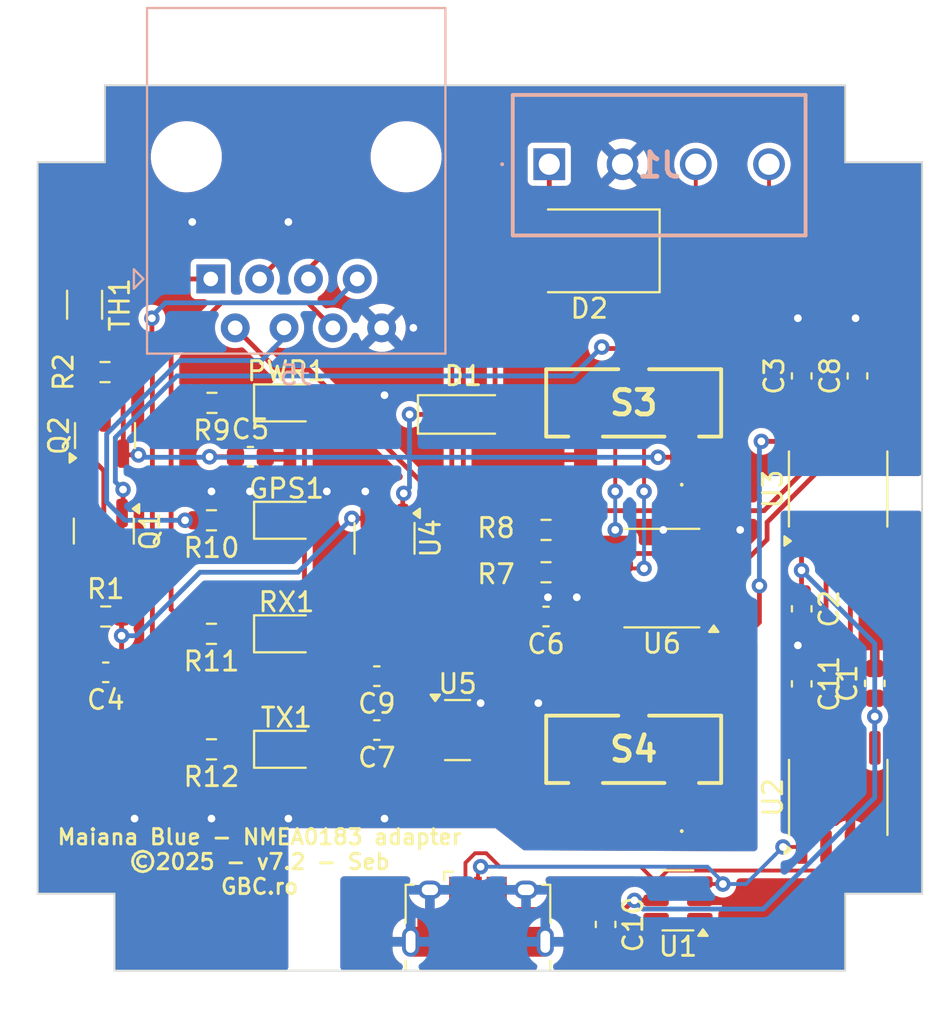
<source format=kicad_pcb>
(kicad_pcb (version 20241229) (generator "pcbnew") (generator_version "9.0")
  (layers (0 "F.Cu" signal) (2 "B.Cu" signal) (13 "F.Paste" user) (15 "B.Paste" user) (5 "F.SilkS" user "F.Silkscreen") (7 "B.SilkS" user "B.Silkscreen") (1 "F.Mask" user) (3 "B.Mask" user) (25 "Edge.Cuts" user))
  (net 0 "")
  (net 1 "V_OUT")
  (net 2 "TRANSPONDER_UART_RX")
  (net 3 "GPS_STATUS")
  (net 4 "TRANSPONDER_UART_TX")
  (net 5 "AIS_RX_EVENT")
  (net 6 "AIS_TX_EVENT")
  (net 7 "GND")
  (net 8 "GND2")
  (net 9 "/VBUS")
  (net 10 "D-")
  (net 11 "D+")
  (net 14 "+3.3V")
  (net 15 "+12V")
  (net 16 "NMEA-")
  (net 17 "NMEA+")
  (net 19 "TRANSPONDER_RX_ISO")
  (net 20 "TRANSPONDER_TX_ISO")
  (net 21 "Net-(U2-V3)")
  (net 22 "Net-(U4-EN)")
  (net 23 "+5V")
  (net 28 "/V_IN")
  (net 29 "PWR_CTRL")
  (net 30 "Net-(Q1-D)")
  (net 31 "Net-(Q2-D)")
  (net 33 "Net-(PWR1-K)")
  (net 34 "Net-(GPS1-K)")
  (net 35 "Net-(RX1-K)")
  (net 36 "Net-(TX1-K)")
  (net 37 "/TX_DISABLE")
  (footprint "Resistor_SMD:R_1206_3216Metric" (layer "F.Cu") (at 84.4 87.3 -90)
    (property "Reference" "TH1" (at 0 -1.83 90) (layer "F.SilkS"))
    (property "Value" "Thermistor_PTC")
    (pad "1" smd roundrect (at -1.4625 0 270) (size 1.125 1.75) (layers "F.Cu" "F.Mask" "F.Paste") (roundrect_rratio 0.222222) (net 1 "V_OUT"))
    (pad "2" smd roundrect (at 1.4625 0 270) (size 1.125 1.75) (layers "F.Cu" "F.Mask" "F.Paste") (roundrect_rratio 0.222222) (net 31 "Net-(Q2-D)"))
  )
  (footprint "Package_TO_SOT_SMD:SOT-23" (layer "F.Cu") (at 85.4 99.0625 -90)
    (property "Reference" "Q1" (at 0 -2.4 90) (layer "F.SilkS"))
    (property "Value" "BSS138")
    (pad "1" smd roundrect (at -0.9375 -0.95 270) (size 1.475 0.6) (layers "F.Cu" "F.Mask" "F.Paste") (net 29 "PWR_CTRL"))
    (pad "2" smd roundrect (at -0.9375 0.95 270) (size 1.475 0.6) (layers "F.Cu" "F.Mask" "F.Paste") (net 7 "GND"))
    (pad "3" smd roundrect (at 0.9375 0 270) (size 1.475 0.6) (layers "F.Cu" "F.Mask" "F.Paste") (net 30 "Net-(Q1-D)"))
  )
  (footprint "Capacitor_SMD:C_0603_1608Metric" (layer "F.Cu") (at 93.025 95.2)
    (property "Reference" "C5" (at 0 -1.43 0) (layer "F.SilkS"))
    (property "Value" "1uF")
    (pad "1" smd roundrect (at -0.775 0) (size 0.9 0.95) (layers "F.Cu" "F.Mask" "F.Paste") (net 28 "/V_IN"))
    (pad "2" smd roundrect (at 0.775 0) (size 0.9 0.95) (layers "F.Cu" "F.Mask" "F.Paste") (net 7 "GND"))
  )
  (footprint "Capacitor_SMD:C_0603_1608Metric" (layer "F.Cu") (at 99.6 106.6 180)
    (property "Reference" "C9" (at 0 -1.43 0) (layer "F.SilkS"))
    (property "Value" "0.1uF")
    (pad "1" smd roundrect (at -0.775 0 180) (size 0.9 0.95) (layers "F.Cu" "F.Mask" "F.Paste") (net 23 "+5V"))
    (pad "2" smd roundrect (at 0.775 0 180) (size 0.9 0.95) (layers "F.Cu" "F.Mask" "F.Paste") (net 7 "GND"))
  )
  (footprint "footprints:MS12D17G2" (layer "F.Cu") (at 112.96 92.4 180)
    (property "Reference" "S3" (at 0 0 180) (layer "F.SilkS") (effects (font (size 1.27 1.27) (thickness 0.254))))
    (property "Value" "MS-12D17-G2" (hide yes))
    (pad "1" smd rect (at -2.5 -2.825 180) (size 1.2 1.95) (layers "F.Cu" "F.Mask" "F.Paste") (net 28 "/V_IN"))
    (pad "2" smd rect (at 2.5 -2.825 180) (size 1.2 1.95) (layers "F.Cu" "F.Mask" "F.Paste") (net 7 "GND"))
    (pad "3" smd rect (at 0 2.825 180) (size 1.2 1.95) (layers "F.Cu" "F.Mask" "F.Paste") (net 29 "PWR_CTRL"))
  )
  (footprint "LED_SMD:LED_0805_2012Metric" (layer "F.Cu") (at 94.9 98.5)
    (property "Reference" "GPS1" (at 0 -1.65 0) (layer "F.SilkS"))
    (property "Value" "KT-0805G")
    (pad "1" smd roundrect (at -0.9375 0) (size 0.975 1.4) (layers "F.Cu" "F.Mask" "F.Paste") (net 34 "Net-(GPS1-K)"))
    (pad "2" smd roundrect (at 0.9375 0) (size 0.975 1.4) (layers "F.Cu" "F.Mask" "F.Paste") (net 14 "+3.3V"))
  )
  (footprint "Capacitor_SMD:C_0603_1608Metric" (layer "F.Cu") (at 108.4 103.5 180)
    (property "Reference" "C6" (at 0 -1.43 0) (layer "F.SilkS"))
    (property "Value" "1uF")
    (pad "1" smd roundrect (at -0.775 0 180) (size 0.9 0.95) (layers "F.Cu" "F.Mask" "F.Paste") (net 23 "+5V"))
    (pad "2" smd roundrect (at 0.775 0 180) (size 0.9 0.95) (layers "F.Cu" "F.Mask" "F.Paste") (net 7 "GND"))
  )
  (footprint "Resistor_SMD:R_0603_1608Metric" (layer "F.Cu") (at 108.4 101.2 180)
    (property "Reference" "R7" (at 2.6 -0.1 0) (layer "F.SilkS"))
    (property "Value" "0R")
    (pad "1" smd roundrect (at -0.825 0 180) (size 0.8 0.95) (layers "F.Cu" "F.Mask" "F.Paste") (net 17 "NMEA+"))
    (pad "2" smd roundrect (at 0.825 0 180) (size 0.8 0.95) (layers "F.Cu" "F.Mask" "F.Paste") (net 4 "TRANSPONDER_UART_TX"))
  )
  (footprint "Package_TO_SOT_SMD:SOT-23-6" (layer "F.Cu") (at 115.2625 118.25 180)
    (property "Reference" "U1" (at 0 -2.4 0) (layer "F.SilkS"))
    (property "Value" "SRV05-4")
    (pad "1" smd roundrect (at -1.1375 -0.95 180) (size 1.325 0.6) (layers "F.Cu" "F.Mask" "F.Paste"))
    (pad "2" smd roundrect (at -1.1375 0 180) (size 1.325 0.6) (layers "F.Cu" "F.Mask" "F.Paste") (net 8 "GND2"))
    (pad "3" smd roundrect (at -1.1375 0.95 180) (size 1.325 0.6) (layers "F.Cu" "F.Mask" "F.Paste") (net 11 "D+"))
    (pad "4" smd roundrect (at 1.1375 0.95 180) (size 1.325 0.6) (layers "F.Cu" "F.Mask" "F.Paste") (net 10 "D-"))
    (pad "5" smd roundrect (at 1.1375 0 180) (size 1.325 0.6) (layers "F.Cu" "F.Mask" "F.Paste") (net 9 "/VBUS"))
    (pad "6" smd roundrect (at 1.1375 -0.95 180) (size 1.325 0.6) (layers "F.Cu" "F.Mask" "F.Paste"))
  )
  (footprint "LED_SMD:LED_0805_2012Metric" (layer "F.Cu") (at 94.9 110.4)
    (property "Reference" "TX1" (at 0 -1.65 0) (layer "F.SilkS"))
    (property "Value" "KT-0805G")
    (pad "1" smd roundrect (at -0.9375 0) (size 0.975 1.4) (layers "F.Cu" "F.Mask" "F.Paste") (net 36 "Net-(TX1-K)"))
    (pad "2" smd roundrect (at 0.9375 0) (size 0.975 1.4) (layers "F.Cu" "F.Mask" "F.Paste") (net 14 "+3.3V"))
  )
  (footprint "Resistor_SMD:R_0603_1608Metric" (layer "F.Cu") (at 108.4 99 180)
    (property "Reference" "R8" (at 2.6 0.1 0) (layer "F.SilkS"))
    (property "Value" "0R")
    (pad "1" smd roundrect (at -0.825 0 180) (size 0.8 0.95) (layers "F.Cu" "F.Mask" "F.Paste") (net 16 "NMEA-"))
    (pad "2" smd roundrect (at 0.825 0 180) (size 0.8 0.95) (layers "F.Cu" "F.Mask" "F.Paste") (net 2 "TRANSPONDER_UART_RX"))
  )
  (footprint "Package_SO:SOIC-8_3.9x4.9mm_P1.27mm" (layer "F.Cu") (at 114.425 101.505 180)
    (property "Reference" "U6" (at 0 -3.4 0) (layer "F.SilkS"))
    (property "Value" "DS8921M")
    (pad "1" smd roundrect (at -2.475 -1.905 180) (size 1.95 0.6) (layers "F.Cu" "F.Mask" "F.Paste") (net 23 "+5V"))
    (pad "2" smd roundrect (at -2.475 -0.635 180) (size 1.95 0.6) (layers "F.Cu" "F.Mask" "F.Paste"))
    (pad "3" smd roundrect (at -2.475 0.635 180) (size 1.95 0.6) (layers "F.Cu" "F.Mask" "F.Paste") (net 4 "TRANSPONDER_UART_TX"))
    (pad "4" smd roundrect (at -2.475 1.905 180) (size 1.95 0.6) (layers "F.Cu" "F.Mask" "F.Paste") (net 7 "GND"))
    (pad "5" smd roundrect (at 2.475 1.905 180) (size 1.95 0.6) (layers "F.Cu" "F.Mask" "F.Paste") (net 16 "NMEA-"))
    (pad "6" smd roundrect (at 2.475 0.635 180) (size 1.95 0.6) (layers "F.Cu" "F.Mask" "F.Paste") (net 17 "NMEA+"))
    (pad "7" smd roundrect (at 2.475 -0.635 180) (size 1.95 0.6) (layers "F.Cu" "F.Mask" "F.Paste"))
    (pad "8" smd roundrect (at 2.475 -1.905 180) (size 1.95 0.6) (layers "F.Cu" "F.Mask" "F.Paste"))
  )
  (footprint "Resistor_SMD:R_0603_1608Metric" (layer "F.Cu") (at 91 98.5 180)
    (property "Reference" "R10" (at 0 -1.43 0) (layer "F.SilkS"))
    (property "Value" "2k2")
    (pad "1" smd roundrect (at -0.825 0 180) (size 0.8 0.95) (layers "F.Cu" "F.Mask" "F.Paste") (net 34 "Net-(GPS1-K)"))
    (pad "2" smd roundrect (at 0.825 0 180) (size 0.8 0.95) (layers "F.Cu" "F.Mask" "F.Paste") (net 3 "GPS_STATUS"))
  )
  (footprint "Diode_SMD:D_SOD-123" (layer "F.Cu") (at 104.1 93)
    (property "Reference" "D1" (at 0 -2 0) (layer "F.SilkS"))
    (property "Value" "WSB5508L-2/TR")
    (pad "1" smd roundrect (at -1.65 0) (size 0.9 1.2) (layers "F.Cu" "F.Mask" "F.Paste") (net 28 "/V_IN"))
    (pad "2" smd roundrect (at 1.65 0) (size 0.9 1.2) (layers "F.Cu" "F.Mask" "F.Paste") (net 15 "+12V"))
  )
  (footprint "Capacitor_SMD:C_0603_1608Metric" (layer "F.Cu") (at 121.7 103.1 -90)
    (property "Reference" "C2" (at 0 -1.43 90) (layer "F.SilkS"))
    (property "Value" "0.1uF")
    (pad "1" smd roundrect (at -0.775 0 270) (size 0.9 0.95) (layers "F.Cu" "F.Mask" "F.Paste") (net 9 "/VBUS"))
    (pad "2" smd roundrect (at 0.775 0 270) (size 0.9 0.95) (layers "F.Cu" "F.Mask" "F.Paste") (net 8 "GND2"))
  )
  (footprint "Resistor_SMD:R_0603_1608Metric" (layer "F.Cu") (at 85.5 103.5)
    (property "Reference" "R1" (at 0 -1.43 0) (layer "F.SilkS"))
    (property "Value" "10k")
    (pad "1" smd roundrect (at -0.825 0) (size 0.8 0.95) (layers "F.Cu" "F.Mask" "F.Paste") (net 29 "PWR_CTRL"))
    (pad "2" smd roundrect (at 0.825 0) (size 0.8 0.95) (layers "F.Cu" "F.Mask" "F.Paste") (net 22 "Net-(U4-EN)"))
  )
  (footprint "Package_SO:SOIC-8_3.9x4.9mm_P1.27mm" (layer "F.Cu") (at 123.595 96.875 90)
    (property "Reference" "U3" (at 0 -3.4 90) (layer "F.SilkS"))
    (property "Value" "ADuM121N")
    (pad "1" smd roundrect (at -2.475 -1.905 90) (size 1.95 0.6) (layers "F.Cu" "F.Mask" "F.Paste") (net 9 "/VBUS"))
    (pad "2" smd roundrect (at -2.475 -0.635 90) (size 1.95 0.6) (layers "F.Cu" "F.Mask" "F.Paste") (net 20 "TRANSPONDER_TX_ISO"))
    (pad "3" smd roundrect (at -2.475 0.635 90) (size 1.95 0.6) (layers "F.Cu" "F.Mask" "F.Paste") (net 19 "TRANSPONDER_RX_ISO"))
    (pad "4" smd roundrect (at -2.475 1.905 90) (size 1.95 0.6) (layers "F.Cu" "F.Mask" "F.Paste") (net 8 "GND2"))
    (pad "5" smd roundrect (at 2.475 1.905 90) (size 1.95 0.6) (layers "F.Cu" "F.Mask" "F.Paste") (net 7 "GND"))
    (pad "6" smd roundrect (at 2.475 0.635 90) (size 1.95 0.6) (layers "F.Cu" "F.Mask" "F.Paste") (net 2 "TRANSPONDER_UART_RX"))
    (pad "7" smd roundrect (at 2.475 -0.635 90) (size 1.95 0.6) (layers "F.Cu" "F.Mask" "F.Paste") (net 4 "TRANSPONDER_UART_TX"))
    (pad "8" smd roundrect (at 2.475 -1.905 90) (size 1.95 0.6) (layers "F.Cu" "F.Mask" "F.Paste") (net 14 "+3.3V"))
  )
  (footprint "Resistor_SMD:R_0603_1608Metric" (layer "F.Cu") (at 91.025 92.4 180)
    (property "Reference" "R9" (at 0 -1.43 0) (layer "F.SilkS"))
    (property "Value" "2k2")
    (pad "1" smd roundrect (at -0.825 0 180) (size 0.8 0.95) (layers "F.Cu" "F.Mask" "F.Paste") (net 33 "Net-(PWR1-K)"))
    (pad "2" smd roundrect (at 0.825 0 180) (size 0.8 0.95) (layers "F.Cu" "F.Mask" "F.Paste") (net 7 "GND"))
  )
  (footprint "Capacitor_SMD:C_0603_1608Metric" (layer "F.Cu") (at 111.5 119.5 -90)
    (property "Reference" "C10" (at 0 -1.43 90) (layer "F.SilkS"))
    (property "Value" "0.1uF")
    (pad "1" smd roundrect (at -0.775 0 270) (size 0.9 0.95) (layers "F.Cu" "F.Mask" "F.Paste") (net 9 "/VBUS"))
    (pad "2" smd roundrect (at 0.775 0 270) (size 0.9 0.95) (layers "F.Cu" "F.Mask" "F.Paste") (net 8 "GND2"))
  )
  (footprint "LED_SMD:LED_0805_2012Metric" (layer "F.Cu") (at 94.9 92.4)
    (property "Reference" "PWR1" (at 0 -1.65 0) (layer "F.SilkS"))
    (property "Value" "KT-0805G")
    (pad "1" smd roundrect (at -0.9375 0) (size 0.975 1.4) (layers "F.Cu" "F.Mask" "F.Paste") (net 33 "Net-(PWR1-K)"))
    (pad "2" smd roundrect (at 0.9375 0) (size 0.975 1.4) (layers "F.Cu" "F.Mask" "F.Paste") (net 14 "+3.3V"))
  )
  (footprint "LED_SMD:LED_0805_2012Metric" (layer "F.Cu") (at 94.9 104.4)
    (property "Reference" "RX1" (at 0 -1.65 0) (layer "F.SilkS"))
    (property "Value" "KT-0805G")
    (pad "1" smd roundrect (at -0.9375 0) (size 0.975 1.4) (layers "F.Cu" "F.Mask" "F.Paste") (net 35 "Net-(RX1-K)"))
    (pad "2" smd roundrect (at 0.9375 0) (size 0.975 1.4) (layers "F.Cu" "F.Mask" "F.Paste") (net 14 "+3.3V"))
  )
  (footprint "Package_TO_SOT_SMD:SOT-23" (layer "F.Cu") (at 103.8 109.4)
    (property "Reference" "U5" (at 0 -2.4 0) (layer "F.SilkS"))
    (property "Value" "SE8533X2-HF")
    (pad "1" smd roundrect (at -0.9375 -0.95) (size 1.475 0.6) (layers "F.Cu" "F.Mask" "F.Paste") (net 7 "GND"))
    (pad "2" smd roundrect (at -0.9375 0.95) (size 1.475 0.6) (layers "F.Cu" "F.Mask" "F.Paste") (net 14 "+3.3V"))
    (pad "3" smd roundrect (at 0.9375 0) (size 1.475 0.6) (layers "F.Cu" "F.Mask" "F.Paste") (net 23 "+5V"))
  )
  (footprint "Capacitor_SMD:C_0603_1608Metric" (layer "F.Cu") (at 121.7 91 90)
    (property "Reference" "C3" (at 0 -1.43 90) (layer "F.SilkS"))
    (property "Value" "0.1uF")
    (pad "1" smd roundrect (at -0.775 0 90) (size 0.9 0.95) (layers "F.Cu" "F.Mask" "F.Paste") (net 14 "+3.3V"))
    (pad "2" smd roundrect (at 0.775 0 90) (size 0.9 0.95) (layers "F.Cu" "F.Mask" "F.Paste") (net 7 "GND"))
  )
  (footprint "Capacitor_SMD:C_0603_1608Metric" (layer "F.Cu") (at 121.7 107 -90)
    (property "Reference" "C11" (at 0 -1.43 90) (layer "F.SilkS"))
    (property "Value" "0.1uF")
    (pad "1" smd roundrect (at -0.775 0 270) (size 0.9 0.95) (layers "F.Cu" "F.Mask" "F.Paste") (net 8 "GND2"))
    (pad "2" smd roundrect (at 0.775 0 270) (size 0.9 0.95) (layers "F.Cu" "F.Mask" "F.Paste") (net 21 "Net-(U2-V3)"))
  )
  (footprint "Capacitor_SMD:C_0603_1608Metric" (layer "F.Cu") (at 99.6 109.4 180)
    (property "Reference" "C7" (at 0 -1.43 0) (layer "F.SilkS"))
    (property "Value" "1uF")
    (pad "1" smd roundrect (at -0.775 0 180) (size 0.9 0.95) (layers "F.Cu" "F.Mask" "F.Paste") (net 23 "+5V"))
    (pad "2" smd roundrect (at 0.775 0 180) (size 0.9 0.95) (layers "F.Cu" "F.Mask" "F.Paste") (net 7 "GND"))
  )
  (footprint "Package_SO:SO-8_3.9x4.9mm_P1.27mm" (layer "F.Cu") (at 123.6 112.9 90)
    (property "Reference" "U2" (at 0 -3.4 90) (layer "F.SilkS"))
    (property "Value" "CH340N")
    (pad "1" smd roundrect (at -2.575 -1.905 90) (size 1.75 0.6) (layers "F.Cu" "F.Mask" "F.Paste") (net 11 "D+"))
    (pad "2" smd roundrect (at -2.575 -0.635 90) (size 1.75 0.6) (layers "F.Cu" "F.Mask" "F.Paste") (net 10 "D-"))
    (pad "3" smd roundrect (at -2.575 0.635 90) (size 1.75 0.6) (layers "F.Cu" "F.Mask" "F.Paste") (net 8 "GND2"))
    (pad "4" smd roundrect (at -2.575 1.905 90) (size 1.75 0.6) (layers "F.Cu" "F.Mask" "F.Paste"))
    (pad "5" smd roundrect (at 2.575 1.905 90) (size 1.75 0.6) (layers "F.Cu" "F.Mask" "F.Paste") (net 9 "/VBUS"))
    (pad "6" smd roundrect (at 2.575 0.635 90) (size 1.75 0.6) (layers "F.Cu" "F.Mask" "F.Paste") (net 19 "TRANSPONDER_RX_ISO"))
    (pad "7" smd roundrect (at 2.575 -0.635 90) (size 1.75 0.6) (layers "F.Cu" "F.Mask" "F.Paste") (net 20 "TRANSPONDER_TX_ISO"))
    (pad "8" smd roundrect (at 2.575 -1.905 90) (size 1.75 0.6) (layers "F.Cu" "F.Mask" "F.Paste") (net 21 "Net-(U2-V3)"))
  )
  (footprint "Diode_SMD:D_SMB" (layer "F.Cu") (at 110.65 84.5 180)
    (property "Reference" "D2" (at 0 -3 0) (layer "F.SilkS"))
    (property "Value" "SMBJ16CA")
    (pad "1" smd roundrect (at -2.15 0 180) (size 2.5 2.3) (layers "F.Cu" "F.Mask" "F.Paste") (roundrect_rratio 0.1086956522) (net 7 "GND"))
    (pad "2" smd roundrect (at 2.15 0 180) (size 2.5 2.3) (layers "F.Cu" "F.Mask" "F.Paste") (roundrect_rratio 0.1086956522) (net 15 "+12V"))
  )
  (footprint "Capacitor_SMD:C_0603_1608Metric" (layer "F.Cu") (at 124.6 91 90)
    (property "Reference" "C8" (at 0 -1.43 90) (layer "F.SilkS"))
    (property "Value" "1uF")
    (pad "1" smd roundrect (at -0.775 0 90) (size 0.9 0.95) (layers "F.Cu" "F.Mask" "F.Paste") (net 14 "+3.3V"))
    (pad "2" smd roundrect (at 0.775 0 90) (size 0.9 0.95) (layers "F.Cu" "F.Mask" "F.Paste") (net 7 "GND"))
  )
  (footprint "Package_TO_SOT_SMD:SOT-23-5" (layer "F.Cu") (at 100 99.4375 -90)
    (property "Reference" "U4" (at 0 -2.4 90) (layer "F.SilkS"))
    (property "Value" "TJ5205SF5-5.0")
    (pad "1" smd roundrect (at -1.1375 -0.95 270) (size 1.325 0.6) (layers "F.Cu" "F.Mask" "F.Paste") (net 28 "/V_IN"))
    (pad "2" smd roundrect (at -1.1375 0 270) (size 1.325 0.6) (layers "F.Cu" "F.Mask" "F.Paste") (net 7 "GND"))
    (pad "3" smd roundrect (at -1.1375 0.95 270) (size 1.325 0.6) (layers "F.Cu" "F.Mask" "F.Paste") (net 22 "Net-(U4-EN)"))
    (pad "4" smd roundrect (at 1.1375 0.95 270) (size 1.325 0.6) (layers "F.Cu" "F.Mask" "F.Paste"))
    (pad "5" smd roundrect (at 1.1375 -0.95 270) (size 1.325 0.6) (layers "F.Cu" "F.Mask" "F.Paste") (net 23 "+5V"))
  )
  (footprint "footprints:MS12D17G2" (layer "F.Cu") (at 112.96 110.4 180)
    (property "Reference" "S4" (at 0 0 180) (layer "F.SilkS") (effects (font (size 1.27 1.27) (thickness 0.254))))
    (property "Value" "MS-12D17-G2" (hide yes))
    (pad "1" smd rect (at -2.5 -2.825 180) (size 1.2 1.95) (layers "F.Cu" "F.Mask" "F.Paste") (net 7 "GND"))
    (pad "2" smd rect (at 2.5 -2.825 180) (size 1.2 1.95) (layers "F.Cu" "F.Mask" "F.Paste") (net 14 "+3.3V"))
    (pad "3" smd rect (at 0 2.825 180) (size 1.2 1.95) (layers "F.Cu" "F.Mask" "F.Paste") (net 37 "/TX_DISABLE"))
  )
  (footprint "Capacitor_SMD:C_0603_1608Metric" (layer "F.Cu") (at 85.5 106.4 180)
    (property "Reference" "C4" (at 0 -1.43 0) (layer "F.SilkS"))
    (property "Value" "1uF")
    (pad "1" smd roundrect (at -0.775 0 180) (size 0.9 0.95) (layers "F.Cu" "F.Mask" "F.Paste") (net 22 "Net-(U4-EN)"))
    (pad "2" smd roundrect (at 0.775 0 180) (size 0.9 0.95) (layers "F.Cu" "F.Mask" "F.Paste") (net 7 "GND"))
  )
  (footprint "Connector_USB:USB_Micro-B_Amphenol_10118194_Horizontal" (layer "F.Cu") (at 104.86 119.1)
    (property "Reference" "J3" (hide yes))
    (property "Value" "USB_B_Micro")
    (pad "1" smd rect (at -1.3 -1.4) (size 0.4 1.35) (layers "F.Cu" "F.Mask" "F.Paste") (net 9 "/VBUS"))
    (pad "2" smd rect (at -0.65 -1.4) (size 0.4 1.35) (layers "F.Cu" "F.Mask" "F.Paste") (net 10 "D-"))
    (pad "3" smd rect (at 0 -1.4) (size 0.4 1.35) (layers "F.Cu" "F.Mask" "F.Paste") (net 11 "D+"))
    (pad "4" smd rect (at 0.65 -1.4) (size 0.4 1.35) (layers "F.Cu" "F.Mask" "F.Paste"))
    (pad "5" smd rect (at 1.3 -1.4) (size 0.4 1.35) (layers "F.Cu" "F.Mask" "F.Paste") (net 8 "GND2"))
    (pad "6" thru_hole oval (at -3.5 1.3) (size 0.89 1.55) (drill oval 0.5 1.15) (layers "*.Cu" "*.Mask") (net 8 "GND2"))
    (pad "6" smd rect (at -2.9 1.3) (size 1.2 1.55) (layers "F.Cu" "F.Mask" "F.Paste") (net 8 "GND2"))
    (pad "6" thru_hole oval (at -2.5 -1.4) (size 1.25 0.95) (drill oval 0.85 0.55) (layers "*.Cu" "*.Mask") (net 8 "GND2"))
    (pad "6" smd rect (at -1 1.3) (size 1.5 1.55) (layers "F.Cu" "F.Mask" "F.Paste") (net 8 "GND2"))
    (pad "6" smd rect (at 1 1.3) (size 1.5 1.55) (layers "F.Cu" "F.Mask" "F.Paste") (net 8 "GND2"))
    (pad "6" thru_hole oval (at 2.5 -1.4) (size 1.25 0.95) (drill oval 0.85 0.55) (layers "*.Cu" "*.Mask") (net 8 "GND2"))
    (pad "6" smd rect (at 2.9 1.3) (size 1.2 1.55) (layers "F.Cu" "F.Mask" "F.Paste") (net 8 "GND2"))
    (pad "6" thru_hole oval (at 3.5 1.3) (size 0.89 1.55) (drill oval 0.5 1.15) (layers "*.Cu" "*.Mask") (net 8 "GND2"))
  )
  (footprint "Package_TO_SOT_SMD:SOT-23" (layer "F.Cu") (at 85.4625 94.1 90)
    (property "Reference" "Q2" (at 0 -2.4 90) (layer "F.SilkS"))
    (property "Value" "AO3401A")
    (pad "1" smd roundrect (at -0.9375 -0.95 90) (size 1.475 0.6) (layers "F.Cu" "F.Mask" "F.Paste") (net 30 "Net-(Q1-D)"))
    (pad "2" smd roundrect (at -0.9375 0.95 90) (size 1.475 0.6) (layers "F.Cu" "F.Mask" "F.Paste") (net 28 "/V_IN"))
    (pad "3" smd roundrect (at 0.9375 0 90) (size 1.475 0.6) (layers "F.Cu" "F.Mask" "F.Paste") (net 31 "Net-(Q2-D)"))
  )
  (footprint "Resistor_SMD:R_0603_1608Metric" (layer "F.Cu") (at 91 104.4 180)
    (property "Reference" "R11" (at 0 -1.43 0) (layer "F.SilkS"))
    (property "Value" "2k2")
    (pad "1" smd roundrect (at -0.825 0 180) (size 0.8 0.95) (layers "F.Cu" "F.Mask" "F.Paste") (net 35 "Net-(RX1-K)"))
    (pad "2" smd roundrect (at 0.825 0 180) (size 0.8 0.95) (layers "F.Cu" "F.Mask" "F.Paste") (net 5 "AIS_RX_EVENT"))
  )
  (footprint "Capacitor_SMD:C_0603_1608Metric" (layer "F.Cu") (at 125.5 106.975 90)
    (property "Reference" "C1" (at 0 -1.43 90) (layer "F.SilkS"))
    (property "Value" "0.1uF")
    (pad "1" smd roundrect (at -0.775 0 90) (size 0.9 0.95) (layers "F.Cu" "F.Mask" "F.Paste") (net 9 "/VBUS"))
    (pad "2" smd roundrect (at 0.775 0 90) (size 0.9 0.95) (layers "F.Cu" "F.Mask" "F.Paste") (net 8 "GND2"))
  )
  (footprint "Resistor_SMD:R_0603_1608Metric" (layer "F.Cu") (at 91 110.4 180)
    (property "Reference" "R12" (at 0 -1.43 0) (layer "F.SilkS"))
    (property "Value" "2k2")
    (pad "1" smd roundrect (at -0.825 0 180) (size 0.8 0.95) (layers "F.Cu" "F.Mask" "F.Paste") (net 36 "Net-(TX1-K)"))
    (pad "2" smd roundrect (at 0.825 0 180) (size 0.8 0.95) (layers "F.Cu" "F.Mask" "F.Paste") (net 6 "AIS_TX_EVENT"))
  )
  (footprint "Resistor_SMD:R_0603_1608Metric" (layer "F.Cu") (at 85.4625 90.8)
    (property "Reference" "R2" (at -2.1625 0 90) (layer "F.SilkS"))
    (property "Value" "10k")
    (pad "1" smd roundrect (at -0.825 0) (size 0.8 0.95) (layers "F.Cu" "F.Mask" "F.Paste") (net 30 "Net-(Q1-D)"))
    (pad "2" smd roundrect (at 0.825 0) (size 0.8 0.95) (layers "F.Cu" "F.Mask" "F.Paste") (net 28 "/V_IN"))
  )
  (footprint "Connector_RJ:RJ45_Amphenol_54602-x08_Horizontal" (layer "B.Cu") (at 90.963 85.961)
    (property "Reference" "J5" (at 4.445 5 180) (layer "B.SilkS") (effects (justify mirror)))
    (property "Value" "54602-908LF")
    (pad "" np_thru_hole circle (at -1.27 -6.35) (size 3.2 3.2) (drill 3.2) (layers "*.Cu" "*.Mask"))
    (pad "" np_thru_hole circle (at 10.16 -6.35) (size 3.2 3.2) (drill 3.2) (layers "*.Cu" "*.Mask"))
    (pad "1" thru_hole rect (at 0 0) (size 1.5 1.5) (drill 0.76) (layers "*.Cu" "*.Mask") (net 1 "V_OUT"))
    (pad "2" thru_hole circle (at 1.27 2.54) (size 1.5 1.5) (drill 0.76) (layers "*.Cu" "*.Mask") (net 37 "/TX_DISABLE"))
    (pad "3" thru_hole circle (at 2.54 0) (size 1.5 1.5) (drill 0.76) (layers "*.Cu" "*.Mask") (net 2 "TRANSPONDER_UART_RX"))
    (pad "4" thru_hole circle (at 3.81 2.54) (size 1.5 1.5) (drill 0.76) (layers "*.Cu" "*.Mask") (net 3 "GPS_STATUS"))
    (pad "5" thru_hole circle (at 5.08 0) (size 1.5 1.5) (drill 0.76) (layers "*.Cu" "*.Mask") (net 4 "TRANSPONDER_UART_TX"))
    (pad "6" thru_hole circle (at 6.35 2.54) (size 1.5 1.5) (drill 0.76) (layers "*.Cu" "*.Mask") (net 5 "AIS_RX_EVENT"))
    (pad "7" thru_hole circle (at 7.62 0) (size 1.5 1.5) (drill 0.76) (layers "*.Cu" "*.Mask") (net 6 "AIS_TX_EVENT"))
    (pad "8" thru_hole circle (at 8.89 2.54) (size 1.5 1.5) (drill 0.76) (layers "*.Cu" "*.Mask") (net 7 "GND"))
  )
  (footprint "1727036:1727036" (layer "B.Cu") (at 108.57 80)
    (property "Reference" "J1" (at 5.715 0.05 180) (layer "B.SilkS") (effects (font (size 1.27 1.27) (thickness 0.254)) (justify mirror)))
    (property "Value" "1727036" (hide yes))
    (pad "1" thru_hole rect (at 0 0) (size 1.65 1.65) (drill 1.1) (layers "*.Cu" "*.Mask") (net 15 "+12V"))
    (pad "2" thru_hole circle (at 3.81 0) (size 1.65 1.65) (drill 1.1) (layers "*.Cu" "*.Mask") (net 7 "GND"))
    (pad "3" thru_hole circle (at 7.62 0) (size 1.65 1.65) (drill 1.1) (layers "*.Cu" "*.Mask") (net 16 "NMEA-"))
    (pad "4" thru_hole circle (at 11.43 0) (size 1.65 1.65) (drill 1.1) (layers "*.Cu" "*.Mask") (net 17 "NMEA+"))
  )
  (gr_line (start 85.46 75.9) (end 102.26 75.9) (stroke (width 0.1)) (layer "Edge.Cuts"))
  (gr_line (start 127.96 117.9) (end 123.96 117.9) (stroke (width 0.1)) (layer "Edge.Cuts"))
  (gr_line (start 85.46 79.9) (end 85.46 75.9) (stroke (width 0.1)) (layer "Edge.Cuts"))
  (gr_line (start 123.96 117.9) (end 123.96 121.9) (stroke (width 0.1)) (layer "Edge.Cuts"))
  (gr_line (start 81.96 79.9) (end 85.46 79.9) (stroke (width 0.1)) (layer "Edge.Cuts"))
  (gr_line (start 127.96 79.9) (end 127.96 117.9) (stroke (width 0.1)) (layer "Edge.Cuts"))
  (gr_line (start 123.96 75.9) (end 123.96 79.9) (stroke (width 0.1)) (layer "Edge.Cuts"))
  (gr_line (start 123.96 79.9) (end 127.96 79.9) (stroke (width 0.1)) (layer "Edge.Cuts"))
  (gr_line (start 85.96 117.9) (end 81.96 117.9) (stroke (width 0.1)) (layer "Edge.Cuts"))
  (gr_line (start 102.26 75.9) (end 123.96 75.9) (stroke (width 0.1)) (layer "Edge.Cuts"))
  (gr_line (start 81.96 117.9) (end 81.96 79.9) (stroke (width 0.1)) (layer "Edge.Cuts"))
  (gr_line (start 85.96 121.9) (end 85.96 117.9) (stroke (width 0.1)) (layer "Edge.Cuts"))
  (gr_line (start 123.96 121.9) (end 85.96 121.9) (stroke (width 0.1)) (layer "Edge.Cuts"))
  (gr_text "Maiana Blue - NMEA0183 adapter\n©2025 - v7.2 - Seb\nGBC.ro" (at 93.5 118 0) (layer "F.SilkS") (effects (font (size 0.8 0.8)) (justify bottom)))
  (segment (start 84.4 85.8375) (end 84.4375 85.8375) (width 0.25) (layer "F.Cu") (net 1))
  (segment (start 84.4375 85.8375) (end 84.561 85.961) (width 0.25) (layer "F.Cu") (net 1))
  (segment (start 84.561 85.961) (end 90.963 85.961) (width 0.25) (layer "F.Cu") (net 1))
  (segment (start 123.903999 93.099) (end 124.23 93.425001) (width 0.25) (layer "F.Cu") (net 2))
  (segment (start 93.503 85.961) (end 95.464 84) (width 0.25) (layer "F.Cu") (net 2))
  (segment (start 122.334 93.373678) (end 122.608678 93.099) (width 0.25) (layer "F.Cu") (net 2))
  (segment (start 119.742322 98) (end 122.334 95.408322) (width 0.25) (layer "F.Cu") (net 2))
  (segment (start 104.1 88.597803) (end 104.1 96.678983) (width 0.25) (layer "F.Cu") (net 2))
  (segment (start 122.334 95.408322) (end 122.334 93.373678) (width 0.25) (layer "F.Cu") (net 2))
  (segment (start 108.6 98) (end 119.742322 98) (width 0.25) (layer "F.Cu") (net 2))
  (segment (start 106.421017 99) (end 107.575 99) (width 0.25) (layer "F.Cu") (net 2))
  (segment (start 99.502197 84) (end 104.1 88.597803) (width 0.25) (layer "F.Cu") (net 2))
  (segment (start 107.575 99) (end 107.6 99) (width 0.25) (layer "F.Cu") (net 2))
  (segment (start 107.6 99) (end 108.6 98) (width 0.25) (layer "F.Cu") (net 2))
  (segment (start 104.1 96.678983) (end 106.421017 99) (width 0.25) (layer "F.Cu") (net 2))
  (segment (start 95.464 84) (end 99.502197 84) (width 0.25) (layer "F.Cu") (net 2))
  (segment (start 124.23 93.425001) (end 124.23 94.4) (width 0.25) (layer "F.Cu") (net 2))
  (segment (start 122.608678 93.099) (end 123.903999 93.099) (width 0.25) (layer "F.Cu") (net 2))
  (segment (start 89.625 98.5) (end 90.175 98.5) (width 0.25) (layer "F.Cu") (net 3))
  (via (at 89.625 98.5) (size 0.8) (drill 0.4) (layers "F.Cu" "B.Cu") (net 3))
  (segment (start 94.773 88.501) (end 94.773 89.027) (width 0.25) (layer "B.Cu") (net 3))
  (segment (start 94.773 89.027) (end 93.6 90.2) (width 0.25) (layer "B.Cu") (net 3))
  (segment (start 85.549 97.549) (end 86.5 98.5) (width 0.25) (layer "B.Cu") (net 3))
  (segment (start 86.5 98.5) (end 89.625 98.5) (width 0.25) (layer "B.Cu") (net 3))
  (segment (start 85.549 94.01319) (end 85.549 97.549) (width 0.25) (layer "B.Cu") (net 3))
  (segment (start 89.36219 90.2) (end 85.549 94.01319) (width 0.25) (layer "B.Cu") (net 3))
  (segment (start 93.6 90.2) (end 89.36219 90.2) (width 0.25) (layer "B.Cu") (net 3))
  (segment (start 116.9 100.87) (end 118.53 100.87) (width 0.25) (layer "F.Cu") (net 4))
  (segment (start 103.5 88.635613) (end 103.5 97.125) (width 0.25) (layer "F.Cu") (net 4))
  (segment (start 99.364387 84.5) (end 103.5 88.635613) (width 0.25) (layer "F.Cu") (net 4))
  (segment (start 115.37 100.87) (end 116.9 100.87) (width 0.25) (layer "F.Cu") (net 4))
  (segment (start 103.5 97.125) (end 107.575 101.2) (width 0.25) (layer "F.Cu") (net 4))
  (segment (start 97 84.5) (end 99.364387 84.5) (width 0.25) (layer "F.Cu") (net 4))
  (segment (start 119.9 99.5) (end 119.9 98.6) (width 0.25) (layer "F.Cu") (net 4))
  (segment (start 114.726 100.226) (end 115.37 100.87) (width 0.25) (layer "F.Cu") (net 4))
  (segment (start 107.575 101.2) (end 108.549 100.226) (width 0.25) (layer "F.Cu") (net 4))
  (segment (start 108.549 100.226) (end 114.726 100.226) (width 0.25) (layer "F.Cu") (net 4))
  (segment (start 96.043 85.961) (end 96.043 85.457) (width 0.25) (layer "F.Cu") (net 4))
  (segment (start 118.53 100.87) (end 119.9 99.5) (width 0.25) (layer "F.Cu") (net 4))
  (segment (start 122.96 95.54) (end 122.96 94.4) (width 0.25) (layer "F.Cu") (net 4))
  (segment (start 96.043 85.457) (end 97 84.5) (width 0.25) (layer "F.Cu") (net 4))
  (segment (start 119.9 98.6) (end 122.96 95.54) (width 0.25) (layer "F.Cu") (net 4))
  (segment (start 88.9 103.125) (end 90.175 104.4) (width 0.25) (layer "F.Cu") (net 5))
  (segment (start 88.9 89.813796) (end 88.9 103.125) (width 0.25) (layer "F.Cu") (net 5))
  (segment (start 97.313 88.501) (end 96.012 87.2) (width 0.25) (layer "F.Cu") (net 5))
  (segment (start 91.513796 87.2) (end 88.9 89.813796) (width 0.25) (layer "F.Cu") (net 5))
  (segment (start 96.012 87.2) (end 91.513796 87.2) (width 0.25) (layer "F.Cu") (net 5))
  (segment (start 87.9 89.048) (end 87.926 89.074) (width 0.25) (layer "F.Cu") (net 6))
  (segment (start 87.9 88) (end 87.9 89.048) (width 0.25) (layer "F.Cu") (net 6))
  (segment (start 87.926 89.074) (end 87.926 108.151) (width 0.25) (layer "F.Cu") (net 6))
  (segment (start 87.926 108.151) (end 90.175 110.4) (width 0.25) (layer "F.Cu") (net 6))
  (via (at 87.9 88) (size 0.8) (drill 0.4) (layers "F.Cu" "B.Cu") (net 6))
  (segment (start 87.9 88) (end 87.9 87.9) (width 0.25) (layer "B.Cu") (net 6))
  (segment (start 97.344 87.2) (end 98.583 85.961) (width 0.25) (layer "B.Cu") (net 6))
  (segment (start 87.9 87.9) (end 88.6 87.2) (width 0.25) (layer "B.Cu") (net 6))
  (segment (start 88.6 87.2) (end 97.344 87.2) (width 0.25) (layer "B.Cu") (net 6))
  (via (at 95 114) (size 0.8) (drill 0.4) (layers "F.Cu" "B.Cu") (net 7))
  (via (at 114.5 99) (size 0.8) (drill 0.4) (layers "F.Cu" "B.Cu") (net 7))
  (via (at 105 108) (size 0.8) (drill 0.4) (layers "F.Cu" "B.Cu") (net 7))
  (via (at 91 114) (size 0.8) (drill 0.4) (layers "F.Cu" "B.Cu") (net 7))
  (via (at 108.5 102.5) (size 0.8) (drill 0.4) (layers "F.Cu" "B.Cu") (net 7))
  (via (at 110 102.5) (size 0.8) (drill 0.4) (layers "F.Cu" "B.Cu") (net 7))
  (via (at 100 114) (size 0.8) (drill 0.4) (layers "F.Cu" "B.Cu") (net 7))
  (via (at 124.5 88) (size 0.8) (drill 0.4) (layers "F.Cu" "B.Cu") (net 7))
  (via (at 108 108) (size 0.8) (drill 0.4) (layers "F.Cu" "B.Cu") (net 7))
  (via (at 91 97) (size 0.8) (drill 0.4) (layers "F.Cu" "B.Cu") (net 7))
  (via (at 95 83) (size 0.8) (drill 0.4) (layers "F.Cu" "B.Cu") (net 7))
  (via (at 90 83) (size 0.8) (drill 0.4) (layers "F.Cu" "B.Cu") (net 7))
  (via (at 93 97) (size 0.8) (drill 0.4) (layers "F.Cu" "B.Cu") (net 7))
  (via (at 121.5 88) (size 0.8) (drill 0.4) (layers "F.Cu" "B.Cu") (net 7))
  (via (at 101.5 88.5) (size 0.8) (drill 0.4) (layers "F.Cu" "B.Cu") (net 7))
  (via (at 99 97) (size 0.8) (drill 0.4) (layers "F.Cu" "B.Cu") (net 7))
  (via (at 87 114) (size 0.8) (drill 0.4) (layers "F.Cu" "B.Cu") (net 7))
  (via (at 100 92) (size 0.8) (drill 0.4) (layers "F.Cu" "B.Cu") (net 7))
  (via (at 97 97) (size 0.8) (drill 0.4) (layers "F.Cu" "B.Cu") (net 7))
  (via (at 118.5 99) (size 0.8) (drill 0.4) (layers "F.Cu" "B.Cu") (net 7))
  (segment (start 101.36 120.4) (end 108.36 120.4) (width 0.25) (layer "F.Cu") (net 8))
  (segment (start 106.16 117.7) (end 107.36 117.7) (width 0.25) (layer "F.Cu") (net 8))
  (via (at 121.5 105) (size 0.8) (drill 0.4) (layers "F.Cu" "B.Cu") (net 8))
  (segment (start 103.825 118.725) (end 111.5 118.725) (width 0.25) (layer "F.Cu") (net 9))
  (segment (start 113 118.25) (end 114.125 118.25) (width 0.25) (layer "F.Cu") (net 9))
  (segment (start 111.5 118.725) (end 112.475 118.725) (width 0.25) (layer "F.Cu") (net 9))
  (segment (start 121.69 99.35) (end 121.69 101.1) (width 0.25) (layer "F.Cu") (net 9))
  (segment (start 125.5 110.32) (end 125.505 110.325) (width 0.25) (layer "F.Cu") (net 9))
  (segment (start 103.56 118.46) (end 103.56 117.7) (width 0.25) (layer "F.Cu") (net 9))
  (segment (start 125.5 108.7) (end 125.5 110.32) (width 0.25) (layer "F.Cu") (net 9))
  (segment (start 121.69 101.1) (end 121.69 102.315) (width 0.25) (layer "F.Cu") (net 9))
  (segment (start 112.95 118.25) (end 113 118.25) (width 0.25) (layer "F.Cu") (net 9))
  (segment (start 112.475 118.725) (end 112.95 118.25) (width 0.25) (layer "F.Cu") (net 9))
  (segment (start 125.5 108.7) (end 125.5 107.75) (width 0.25) (layer "F.Cu") (net 9))
  (segment (start 121.69 102.315) (end 121.7 102.325) (width 0.25) (layer "F.Cu") (net 9))
  (segment (start 103.56 118.46) (end 103.825 118.725) (width 0.25) (layer "F.Cu") (net 9))
  (via (at 125.5 108.7) (size 0.8) (drill 0.4) (layers "F.Cu" "B.Cu") (net 9))
  (via (at 121.69 101.1) (size 0.8) (drill 0.4) (layers "F.Cu" "B.Cu") (net 9))
  (via (at 113 118.25) (size 0.8) (drill 0.4) (layers "F.Cu" "B.Cu") (net 9))
  (segment (start 121.69 101.1) (end 125.5 104.91) (width 0.25) (layer "B.Cu") (net 9))
  (segment (start 119.7 118.7) (end 125.5 112.9) (width 0.25) (layer "B.Cu") (net 9))
  (segment (start 125.5 112.9) (end 125.5 108.7) (width 0.25) (layer "B.Cu") (net 9))
  (segment (start 125.5 104.91) (end 125.5 108.7) (width 0.25) (layer "B.Cu") (net 9))
  (segment (start 113 118.25) (end 113.45 118.7) (width 0.25) (layer "B.Cu") (net 9))
  (segment (start 113.45 118.7) (end 119.7 118.7) (width 0.25) (layer "B.Cu") (net 9))
  (segment (start 113.325 116.5) (end 114.125 117.3) (width 0.2) (layer "F.Cu") (net 10))
  (segment (start 105.991364 116.5) (end 113.325 116.5) (width 0.2) (layer "F.Cu") (net 10))
  (segment (start 105.290364 115.799) (end 105.991364 116.5) (width 0.2) (layer "F.Cu") (net 10))
  (segment (start 122.614999 116.7) (end 114.725 116.7) (width 0.2) (layer "F.Cu") (net 10))
  (segment (start 104.21 117.7) (end 104.21 116.298636) (width 0.2) (layer "F.Cu") (net 10))
  (segment (start 104.709636 115.799) (end 105.290364 115.799) (width 0.2) (layer "F.Cu") (net 10))
  (segment (start 114.725 116.7) (end 114.125 117.3) (width 0.2) (layer "F.Cu") (net 10))
  (segment (start 122.965 116.349999) (end 122.614999 116.7) (width 0.2) (layer "F.Cu") (net 10))
  (segment (start 104.21 116.298636) (end 104.709636 115.799) (width 0.2) (layer "F.Cu") (net 10))
  (segment (start 122.965 115.475) (end 122.965 116.349999) (width 0.2) (layer "F.Cu") (net 10))
  (segment (start 116.5 117.4) (end 116.4 117.3) (width 0.2) (layer "F.Cu") (net 11))
  (segment (start 117.6 117.4) (end 116.5 117.4) (width 0.2) (layer "F.Cu") (net 11))
  (segment (start 104.86 117.7) (end 104.86 116.873) (width 0.2) (layer "F.Cu") (net 11))
  (segment (start 120.7 115.5) (end 120.725 115.475) (width 0.2) (layer "F.Cu") (net 11))
  (segment (start 121.695 115.475) (end 120.725 115.475) (width 0.2) (layer "F.Cu") (net 11))
  (via (at 120.725 115.475) (size 0.8) (drill 0.4) (layers "F.Cu" "B.Cu") (net 11))
  (via (at 105 116.5) (size 0.8) (drill 0.4) (layers "F.Cu" "B.Cu") (net 11))
  (via (at 117.6 117.4) (size 0.8) (drill 0.4) (layers "F.Cu" "B.Cu") (net 11))
  (segment (start 104.9 116.5) (end 105 116.5) (width 0.2) (layer "B.Cu") (net 11))
  (segment (start 118.8 117.4) (end 117.6 117.4) (width 0.2) (layer "B.Cu") (net 11))
  (segment (start 105 116.5) (end 116.8 116.5) (width 0.2) (layer "B.Cu") (net 11))
  (segment (start 117.6 117.3) (end 117.6 117.4) (width 0.2) (layer "B.Cu") (net 11))
  (segment (start 116.8 116.5) (end 117.6 117.3) (width 0.2) (layer "B.Cu") (net 11))
  (segment (start 120.725 115.475) (end 118.8 117.4) (width 0.2) (layer "B.Cu") (net 11))
  (segment (start 124.6 91.775) (end 121.7 91.775) (width 0.25) (layer "F.Cu") (net 14))
  (segment (start 119.5 103.8) (end 119.5 101.9) (width 0.25) (layer "F.Cu") (net 14))
  (segment (start 102.8625 110.35) (end 108 110.35) (width 0.25) (layer "F.Cu") (net 14))
  (segment (start 113.449 109.851) (end 115.88681 109.851) (width 0.25) (layer "F.Cu") (net 14))
  (segment (start 102.8125 110.4) (end 102.8625 110.35) (width 0.25) (layer "F.Cu") (net 14))
  (segment (start 115.88681 109.851) (end 117.351 108.38681) (width 0.25) (layer "F.Cu") (net 14))
  (segment (start 121.7 94.28) (end 121.7 91.775) (width 0.25) (layer "F.Cu") (net 14))
  (segment (start 110.46 113.225) (end 110.46 112.84) (width 0.25) (layer "F.Cu") (net 14))
  (segment (start 110.46 112.81) (end 110.46 113.225) (width 0.25) (layer "F.Cu") (net 14))
  (segment (start 110.46 112.84) (end 113.449 109.851) (width 0.25) (layer "F.Cu") (net 14))
  (segment (start 108 110.35) (end 110.46 112.81) (width 0.25) (layer "F.Cu") (net 14))
  (segment (start 121.69 94.4) (end 121.69 94.29) (width 0.25) (layer "F.Cu") (net 14))
  (segment (start 121.69 94.29) (end 121.7 94.28) (width 0.25) (layer "F.Cu") (net 14))
  (segment (start 95.8375 92.4) (end 95.8375 110.4) (width 0.25) (layer "F.Cu") (net 14))
  (segment (start 117.351 105.949) (end 119.5 103.8) (width 0.25) (layer "F.Cu") (net 14))
  (segment (start 95.8375 110.4) (end 102.8125 110.4) (width 0.25) (layer "F.Cu") (net 14))
  (segment (start 119.6 94.4) (end 121.69 94.4) (width 0.25) (layer "F.Cu") (net 14))
  (segment (start 117.351 108.38681) (end 117.351 105.949) (width 0.25) (layer "F.Cu") (net 14))
  (via (at 119.6 94.4) (size 0.8) (drill 0.4) (layers "F.Cu" "B.Cu") (net 14))
  (via (at 119.5 101.9) (size 0.8) (drill 0.4) (layers "F.Cu" "B.Cu") (net 14))
  (segment (start 119.5 94.5) (end 119.6 94.4) (width 0.25) (layer "B.Cu") (net 14))
  (segment (start 119.5 101.9) (end 119.5 94.5) (width 0.25) (layer "B.Cu") (net 14))
  (segment (start 108.57 84.43) (end 105.75 87.25) (width 0.25) (layer "F.Cu") (net 15))
  (segment (start 105.75 87.25) (end 105.75 93) (width 0.25) (layer "F.Cu") (net 15))
  (segment (start 108.57 80) (end 108.57 84.43) (width 0.25) (layer "F.Cu") (net 15))
  (segment (start 116.19 89.81) (end 112 94) (width 0.2) (layer "F.Cu") (net 16))
  (segment (start 112 94) (end 112 97) (width 0.2) (layer "F.Cu") (net 16))
  (segment (start 109.9 99) (end 110.5 99.6) (width 0.2) (layer "F.Cu") (net 16))
  (segment (start 112 99) (end 112 99.55) (width 0.2) (layer "F.Cu") (net 16))
  (segment (start 110.5 99.6) (end 111.95 99.6) (width 0.2) (layer "F.Cu") (net 16))
  (segment (start 116.19 80) (end 116.19 89.81) (width 0.2) (layer "F.Cu") (net 16))
  (segment (start 109.225 99) (end 109.9 99) (width 0.2) (layer "F.Cu") (net 16))
  (segment (start 112 99.55) (end 111.95 99.6) (width 0.2) (layer "F.Cu") (net 16))
  (via (at 112 97) (size 0.8) (drill 0.4) (layers "F.Cu" "B.Cu") (net 16))
  (via (at 112 99) (size 0.8) (drill 0.4) (layers "F.Cu" "B.Cu") (net 16))
  (segment (start 112 97) (end 112 99) (width 0.2) (layer "B.Cu") (net 16))
  (segment (start 113.5 101) (end 112.08 101) (width 0.2) (layer "F.Cu") (net 17))
  (segment (start 110.1 101.2) (end 110.43 100.87) (width 0.2) (layer "F.Cu") (net 17))
  (segment (start 113.5 93.5) (end 113.5 97) (width 0.2) (layer "F.Cu") (net 17))
  (segment (start 120 87) (end 113.5 93.5) (width 0.2) (layer "F.Cu") (net 17))
  (segment (start 112.08 101) (end 111.95 100.87) (width 0.2) (layer "F.Cu") (net 17))
  (segment (start 110.43 100.87) (end 111.95 100.87) (width 0.2) (layer "F.Cu") (net 17))
  (segment (start 109.225 101.2) (end 110.1 101.2) (width 0.2) (layer "F.Cu") (net 17))
  (segment (start 120 80) (end 120 87) (width 0.2) (layer "F.Cu") (net 17))
  (via (at 113.5 97) (size 0.8) (drill 0.4) (layers "F.Cu" "B.Cu") (net 17))
  (via (at 113.5 101) (size 0.8) (drill 0.4) (layers "F.Cu" "B.Cu") (net 17))
  (segment (start 113.5 97) (end 113.5 101) (width 0.2) (layer "B.Cu") (net 17))
  (segment (start 124.23 99.35) (end 124.23 110.32) (width 0.25) (layer "F.Cu") (net 19))
  (segment (start 124.23 110.32) (end 124.235 110.325) (width 0.25) (layer "F.Cu") (net 19))
  (segment (start 122.96 100.56) (end 122.965 100.565) (width 0.25) (layer "F.Cu") (net 20))
  (segment (start 122.96 99.35) (end 122.96 100.56) (width 0.25) (layer "F.Cu") (net 20))
  (segment (start 122.965 100.565) (end 122.965 110.325) (width 0.25) (layer "F.Cu") (net 20))
  (segment (start 121.7 110.32) (end 121.695 110.325) (width 0.25) (layer "F.Cu") (net 21))
  (segment (start 121.7 107.875) (end 121.7 110.32) (width 0.25) (layer "F.Cu") (net 21))
  (segment (start 86.325 106.35) (end 86.275 106.4) (width 0.25) (layer "F.Cu") (net 22))
  (segment (start 86.325 103.5) (end 86.325 104.5) (width 0.25) (layer "F.Cu") (net 22))
  (segment (start 98.3 98.4) (end 98.95 98.4) (width 0.25) (layer "F.Cu") (net 22))
  (segment (start 98.95 98.4) (end 99.05 98.3) (width 0.25) (layer "F.Cu") (net 22))
  (segment (start 86.325 104.5) (end 86.325 106.35) (width 0.25) (layer "F.Cu") (net 22))
  (via (at 86.325 104.5) (size 0.8) (drill 0.4) (layers "F.Cu" "B.Cu") (net 22))
  (via (at 98.3 98.4) (size 0.8) (drill 0.4) (layers "F.Cu" "B.Cu") (net 22))
  (segment (start 86.325 104.5) (end 87.1 104.5) (width 0.25) (layer "B.Cu") (net 22))
  (segment (start 95.5 101.2) (end 98.3 98.4) (width 0.25) (layer "B.Cu") (net 22))
  (segment (start 90.4 101.2) (end 95.5 101.2) (width 0.25) (layer "B.Cu") (net 22))
  (segment (start 87.1 104.5) (end 90.4 101.2) (width 0.25) (layer "B.Cu") (net 22))
  (segment (start 100.375 106.6) (end 100.375 106.675) (width 0.25) (layer "F.Cu") (net 23))
  (segment (start 104.7375 109.4) (end 115.7 109.4) (width 0.25) (layer "F.Cu") (net 23))
  (segment (start 115.7 109.4) (end 116.9 108.2) (width 0.25) (layer "F.Cu") (net 23))
  (segment (start 116.9 108.2) (end 116.9 103.41) (width 0.25) (layer "F.Cu") (net 23))
  (segment (start 100.375 106.725) (end 100.375 109.4) (width 0.25) (layer "F.Cu") (net 23))
  (segment (start 100.4 106.7) (end 100.375 106.725) (width 0.25) (layer "F.Cu") (net 23))
  (segment (start 110.3 104.6) (end 114.4 104.6) (width 0.25) (layer "F.Cu") (net 23))
  (segment (start 100.95 100.575) (end 100.95 104.35) (width 0.25) (layer "F.Cu") (net 23))
  (segment (start 100.375 106.675) (end 100.4 106.7) (width 0.25) (layer "F.Cu") (net 23))
  (segment (start 109.2 103.5) (end 110.3 104.6) (width 0.25) (layer "F.Cu") (net 23))
  (segment (start 100.375 109.4) (end 104.7375 109.4) (width 0.25) (layer "F.Cu") (net 23))
  (segment (start 100.95 104.35) (end 100.375 104.925) (width 0.25) (layer "F.Cu") (net 23))
  (segment (start 100.375 104.925) (end 100.375 106.6) (width 0.25) (layer "F.Cu") (net 23))
  (segment (start 115.59 103.41) (end 116.9 103.41) (width 0.25) (layer "F.Cu") (net 23))
  (segment (start 109.175 103.5) (end 109.2 103.5) (width 0.25) (layer "F.Cu") (net 23))
  (segment (start 114.4 104.6) (end 115.59 103.41) (width 0.25) (layer "F.Cu") (net 23))
  (segment (start 86.4125 93.1125) (end 86.4125 95.0375) (width 0.25) (layer "F.Cu") (net 28))
  (segment (start 92.25 95.2) (end 90.9 95.2) (width 0.25) (layer "F.Cu") (net 28))
  (segment (start 102.45 93) (end 101.3 93) (width 0.25) (layer "F.Cu") (net 28))
  (segment (start 86.2875 91.8875) (end 86.4 92) (width 0.25) (layer "F.Cu") (net 28))
  (segment (start 100.95 97.15) (end 101 97.1) (width 0.25) (layer "F.Cu") (net 28))
  (segment (start 86.4 93.1) (end 86.4125 93.1125) (width 0.25) (layer "F.Cu") (net 28))
  (segment (start 87.2 95.1) (end 86.475 95.1) (width 0.25) (layer "F.Cu") (net 28))
  (segment (start 86.475 95.1) (end 86.4125 95.0375) (width 0.25) (layer "F.Cu") (net 28))
  (segment (start 100.95 98.3) (end 100.95 97.15) (width 0.25) (layer "F.Cu") (net 28))
  (segment (start 86.2875 90.8) (end 86.2875 91.8875) (width 0.25) (layer "F.Cu") (net 28))
  (segment (start 86.4 92) (end 86.4 93.1) (width 0.25) (layer "F.Cu") (net 28))
  (segment (start 115.46 95.225) (end 114.225 95.225) (width 0.25) (layer "F.Cu") (net 28))
  (segment (start 114.2 95.2) (end 114.225 95.225) (width 0.25) (layer "F.Cu") (net 28))
  (via (at 101 97.1) (size 0.8) (drill 0.4) (layers "F.Cu" "B.Cu") (net 28))
  (via (at 101.3 93) (size 0.8) (drill 0.4) (layers "F.Cu" "B.Cu") (net 28))
  (via (at 87.2 95.1) (size 0.8) (drill 0.4) (layers "F.Cu" "B.Cu") (net 28))
  (via (at 114.225 95.225) (size 0.8) (drill 0.4) (layers "F.Cu" "B.Cu") (net 28))
  (via (at 90.9 95.2) (size 0.8) (drill 0.4) (layers "F.Cu" "B.Cu") (net 28))
  (segment (start 87.325 95.225) (end 87.2 95.1) (width 0.25) (layer "B.Cu") (net 28))
  (segment (start 101 97.1) (end 101.3 96.8) (width 0.25) (layer "B.Cu") (net 28))
  (segment (start 101.3 93) (end 101.3 95.225) (width 0.25) (layer "B.Cu") (net 28))
  (segment (start 114.225 95.225) (end 101.3 95.225) (width 0.25) (layer "B.Cu") (net 28))
  (segment (start 101.3 96.8) (end 101.3 95.225) (width 0.25) (layer "B.Cu") (net 28))
  (segment (start 101.3 95.225) (end 87.325 95.225) (width 0.25) (layer "B.Cu") (net 28))
  (segment (start 84.675 103.025) (end 84.675 103.5) (width 0.25) (layer "F.Cu") (net 29))
  (segment (start 86.4 96.9) (end 86.4 98.075) (width 0.25) (layer "F.Cu") (net 29))
  (segment (start 86.35 98.125) (end 86.35 101.35) (width 0.25) (layer "F.Cu") (net 29))
  (segment (start 86.4 98.075) (end 86.35 98.125) (width 0.25) (layer "F.Cu") (net 29))
  (segment (start 86.35 101.35) (end 84.675 103.025) (width 0.25) (layer "F.Cu") (net 29))
  (segment (start 112.96 89.575) (end 111.375 89.575) (width 0.25) (layer "F.Cu") (net 29))
  (segment (start 111.375 89.575) (end 111.3 89.5) (width 0.25) (layer "F.Cu") (net 29))
  (via (at 111.3 89.5) (size 0.8) (drill 0.4) (layers "F.Cu" "B.Cu") (net 29))
  (via (at 86.4 96.9) (size 0.8) (drill 0.4) (layers "F.Cu" "B.Cu") (net 29))
  (segment (start 86 94.2) (end 86 96.5) (width 0.25) (layer "B.Cu") (net 29))
  (segment (start 109.8 91) (end 89.2 91) (width 0.25) (layer "B.Cu") (net 29))
  (segment (start 86 96.5) (end 86.4 96.9) (width 0.25) (layer "B.Cu") (net 29))
  (segment (start 111.3 89.5) (end 109.8 91) (width 0.25) (layer "B.Cu") (net 29))
  (segment (start 89.2 91) (end 86 94.2) (width 0.25) (layer "B.Cu") (net 29))
  (segment (start 84.5125 95.0375) (end 85.4 95.925) (width 0.25) (layer "F.Cu") (net 30))
  (segment (start 84.5125 92.025) (end 84.5125 95.0375) (width 0.25) (layer "F.Cu") (net 30))
  (segment (start 84.6375 91.9) (end 84.5125 92.025) (width 0.25) (layer "F.Cu") (net 30))
  (segment (start 84.6375 90.8) (end 84.6375 91.9) (width 0.25) (layer "F.Cu") (net 30))
  (segment (start 85.4 95.925) (end 85.4 100) (width 0.25) (layer "F.Cu") (net 30))
  (segment (start 84.4 88.7625) (end 85.4625 89.825) (width 0.25) (layer "F.Cu") (net 31))
  (segment (start 85.4625 89.825) (end 85.4625 93.1625) (width 0.25) (layer "F.Cu") (net 31))
  (segment (start 91.85 92.4) (end 93.9625 92.4) (width 0.25) (layer "F.Cu") (net 33))
  (segment (start 91.825 98.5) (end 93.9625 98.5) (width 0.25) (layer "F.Cu") (net 34))
  (segment (start 91.825 104.4) (end 93.9625 104.4) (width 0.25) (layer "F.Cu") (net 35))
  (segment (start 91.825 110.4) (end 93.9625 110.4) (width 0.25) (layer "F.Cu") (net 36))
  (segment (start 106.3 103.8) (end 110.075 107.575) (width 0.25) (layer "F.Cu") (net 37))
  (segment (start 110.075 107.575) (end 112.96 107.575) (width 0.25) (layer "F.Cu") (net 37))
  (segment (start 92.233 88.501) (end 94.432 90.7) (width 0.25) (layer "F.Cu") (net 37))
  (segment (start 106.3 100.9) (end 106.3 103.8) (width 0.25) (layer "F.Cu") (net 37))
  (segment (start 96.1 90.7) (end 106.3 100.9) (width 0.25) (layer "F.Cu") (net 37))
  (segment (start 94.432 90.7) (end 96.1 90.7) (width 0.25) (layer "F.Cu") (net 37))
  (zone (net 8) (net_name "GND2") (layers "F.Cu" "B.Cu") (connect_pads (clearance 0.3)) (min_thickness 0.4) (fill yes (thermal_gap 0.5) (thermal_bridge_width 0.5))
    (polygon (pts (xy 97.7 124) (xy 97.7 117) (xy 120.6 117) (xy 120.6 98) (xy 129 98) (xy 129 124)))
  )
  (zone (net 7) (net_name "GND") (layers "F.Cu" "B.Cu") (priority 1) (connect_pads (clearance 0.3)) (min_thickness 0.4) (fill yes (thermal_gap 0.5) (thermal_bridge_width 0.5))
    (polygon (pts (xy 95 124) (xy 95 114.50123) (xy 103.9 114.5) (xy 103.902814 114.5) (xy 105.772483 114.5) (xy 107.239135 115.650161) (xy 119.4 115.7) (xy 119.4 96.2) (xy 129 96.2) (xy 129 73.8) (xy 80 74) (xy 80 124) (xy 85 124)))
  )
)
</source>
